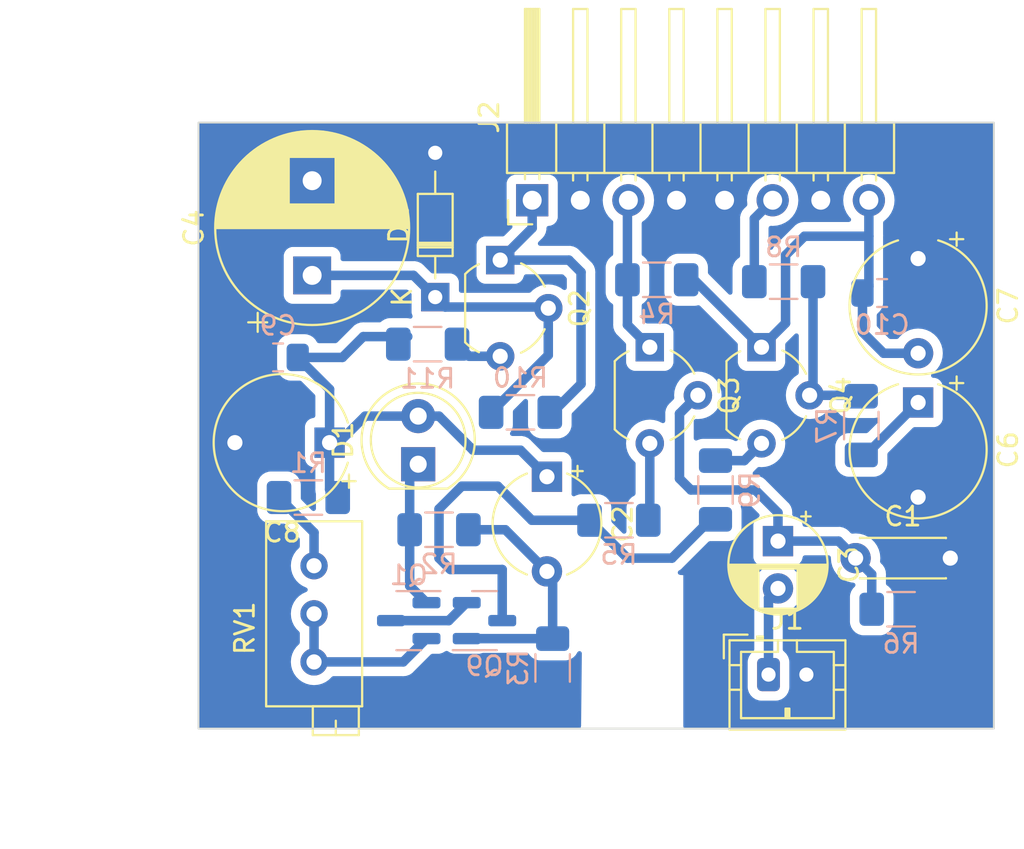
<source format=kicad_pcb>
(kicad_pcb (version 20221018) (generator pcbnew)
  (layers (0 "F.Cu" signal) (31 "B.Cu" signal) (34 "B.Paste" user) (35 "F.Paste" user) (36 "B.SilkS" user "B.Silkscreen") (37 "F.SilkS" user "F.Silkscreen") (38 "B.Mask" user) (39 "F.Mask" user) (44 "Edge.Cuts" user))
  (net 0 "")
  (net 1 "Net-(Q3-B)")
  (net 2 "GND")
  (net 3 "Net-(D1-A)")
  (net 4 "Net-(J1-Pin_1)")
  (net 5 "Net-(J2-Pin_8)")
  (net 6 "Net-(C6-Pad1)")
  (net 7 "Net-(D1-K)")
  (net 8 "Net-(J2-Pin_3)")
  (net 9 "Net-(J2-Pin_6)")
  (net 10 "Net-(Q1-C)")
  (net 11 "Net-(Q1-E)")
  (net 12 "Net-(Q4-B)")
  (net 13 "Net-(Q9-B)")
  (net 14 "Net-(Q2-E)")
  (net 15 "Net-(Q3-E)")
  (net 16 "Net-(D2-K)")
  (net 17 "Net-(J2-Pin_1)")
  (net 18 "Net-(Q4-E)")
  (net 19 "Net-(Q9-C)")
  (net 20 "Net-(R1-Pad2)")
  (footprint "Potentiometer_THT:Potentiometer_Bourns_3296X_Horizontal" (layer "F.Cu") (at 117.1 92.4 90)
    (fp_text reference "RV1" (at -3.3 -3.66 90) (layer "F.SilkS"))
    (fp_text value "1k")
    (pad "1" thru_hole circle (at 0 0 90) (size 1.44 1.44) (drill 0.8) (layers "*.Cu" "*.Mask") (net 20 "Net-(R1-Pad2)"))
    (pad "2" thru_hole circle (at -2.54 0 90) (size 1.44 1.44) (drill 0.8) (layers "*.Cu" "*.Mask") (net 11 "Net-(Q1-E)"))
    (pad "3" thru_hole circle (at -5.08 0 90) (size 1.44 1.44) (drill 0.8) (layers "*.Cu" "*.Mask") (net 11 "Net-(Q1-E)"))
  )
  (footprint "Connector_PinHeader_2.54mm:PinHeader_1x08_P2.54mm_Horizontal" (layer "F.Cu") (at 128.62 73.1 90)
    (fp_text reference "J2" (at 4.385 -2.27 90) (layer "F.SilkS"))
    (fp_text value "Conn_01x08")
    (pad "1" thru_hole rect (at 0 0 90) (size 1.7 1.7) (drill 1) (layers "*.Cu" "*.Mask") (net 17 "Net-(J2-Pin_1)"))
    (pad "2" thru_hole oval (at 0 2.54 90) (size 1.7 1.7) (drill 1) (layers "*.Cu" "*.Mask") (net 2 "GND"))
    (pad "3" thru_hole oval (at 0 5.08 90) (size 1.7 1.7) (drill 1) (layers "*.Cu" "*.Mask") (net 8 "Net-(J2-Pin_3)"))
    (pad "4" thru_hole oval (at 0 7.62 90) (size 1.7 1.7) (drill 1) (layers "*.Cu" "*.Mask") (net 2 "GND"))
    (pad "5" thru_hole oval (at 0 10.16 90) (size 1.7 1.7) (drill 1) (layers "*.Cu" "*.Mask") (net 2 "GND"))
    (pad "6" thru_hole oval (at 0 12.7 90) (size 1.7 1.7) (drill 1) (layers "*.Cu" "*.Mask") (net 9 "Net-(J2-Pin_6)"))
    (pad "7" thru_hole oval (at 0 15.24 90) (size 1.7 1.7) (drill 1) (layers "*.Cu" "*.Mask") (net 2 "GND"))
    (pad "8" thru_hole oval (at 0 17.78 90) (size 1.7 1.7) (drill 1) (layers "*.Cu" "*.Mask") (net 5 "Net-(J2-Pin_8)"))
  )
  (footprint "Package_TO_SOT_THT:TO-92_Wide" (layer "F.Cu") (at 126.93 76.26 -90)
    (fp_text reference "Q2" (at 2.55 -4.19 90) (layer "F.SilkS"))
    (fp_text value "BC237")
    (pad "1" thru_hole rect (at 0 0 270) (size 1.5 1.5) (drill 0.8) (layers "*.Cu" "*.Mask") (net 17 "Net-(J2-Pin_1)"))
    (pad "2" thru_hole circle (at 2.54 -2.54 270) (size 1.5 1.5) (drill 0.8) (layers "*.Cu" "*.Mask") (net 16 "Net-(D2-K)"))
    (pad "3" thru_hole circle (at 5.08 0 270) (size 1.5 1.5) (drill 0.8) (layers "*.Cu" "*.Mask") (net 14 "Net-(Q2-E)"))
  )
  (footprint "LED_THT:LED_D5.0mm" (layer "F.Cu") (at 122.6 87.04 90)
    (fp_text reference "D1" (at 1.27 -3.96 90) (layer "F.SilkS"))
    (fp_text value "LED_Small")
    (pad "1" thru_hole rect (at 0 0 90) (size 1.8 1.8) (drill 0.9) (layers "*.Cu" "*.Mask") (net 7 "Net-(D1-K)"))
    (pad "2" thru_hole circle (at 2.54 0 90) (size 1.8 1.8) (drill 0.9) (layers "*.Cu" "*.Mask") (net 3 "Net-(D1-A)"))
  )
  (footprint "Capacitor_THT:CP_Radial_D5.0mm_P2.50mm" (layer "F.Cu") (at 141.6 91.1 -90)
    (fp_text reference "C3" (at 1.25 -3.75 90) (layer "F.SilkS"))
    (fp_text value "2u2/16V")
    (pad "1" thru_hole rect (at 0 0 270) (size 1.6 1.6) (drill 0.8) (layers "*.Cu" "*.Mask") (net 1 "Net-(Q3-B)"))
    (pad "2" thru_hole circle (at 2.5 0 270) (size 1.6 1.6) (drill 0.8) (layers "*.Cu" "*.Mask") (net 4 "Net-(J1-Pin_1)"))
  )
  (footprint "Package_TO_SOT_THT:TO-92_Wide" (layer "F.Cu") (at 140.73 80.86 -90)
    (fp_text reference "Q4" (at 2.55 -4.19 90) (layer "F.SilkS"))
    (fp_text value "BC560C")
    (pad "1" thru_hole rect (at 0 0 270) (size 1.5 1.5) (drill 0.8) (layers "*.Cu" "*.Mask") (net 5 "Net-(J2-Pin_8)"))
    (pad "2" thru_hole circle (at 2.54 -2.54 270) (size 1.5 1.5) (drill 0.8) (layers "*.Cu" "*.Mask") (net 12 "Net-(Q4-B)"))
    (pad "3" thru_hole circle (at 5.08 0 270) (size 1.5 1.5) (drill 0.8) (layers "*.Cu" "*.Mask") (net 18 "Net-(Q4-E)"))
  )
  (footprint "Connector_JST:JST_PH_B2B-PH-K_1x02_P2.00mm_Vertical" (layer "F.Cu") (at 141.1 98.15)
    (fp_text reference "J1" (at 1 -2.9) (layer "F.SilkS"))
    (fp_text value "Conn_01x02")
    (pad "1" thru_hole roundrect (at 0 0) (size 1.2 1.75) (drill 0.75) (layers "*.Cu" "*.Mask") (roundrect_rratio 0.208333) (net 4 "Net-(J1-Pin_1)"))
    (pad "2" thru_hole oval (at 2 0) (size 1.2 1.75) (drill 0.75) (layers "*.Cu" "*.Mask") (net 2 "GND"))
  )
  (footprint "Capacitor_THT:CP_Radial_Tantal_D7.0mm_P5.00mm" (layer "F.Cu") (at 117.920139 85.9 180)
    (fp_text reference "C8" (at 2.5 -4.75) (layer "F.SilkS"))
    (fp_text value "47u/35V")
    (pad "1" thru_hole rect (at 0 0 180) (size 1.6 1.6) (drill 0.8) (layers "*.Cu" "*.Mask") (net 3 "Net-(D1-A)"))
    (pad "2" thru_hole circle (at 5 0 180) (size 1.6 1.6) (drill 0.8) (layers "*.Cu" "*.Mask") (net 2 "GND"))
  )
  (footprint "Capacitor_THT:CP_Radial_D10.0mm_P5.00mm" (layer "F.Cu") (at 117 77.067677 90)
    (fp_text reference "C4" (at 2.5 -6.25 90) (layer "F.SilkS"))
    (fp_text value "220u/35V")
    (pad "1" thru_hole rect (at 0 0 90) (size 2 2) (drill 1) (layers "*.Cu" "*.Mask") (net 16 "Net-(D2-K)"))
    (pad "2" thru_hole circle (at 5 0 90) (size 2 2) (drill 1) (layers "*.Cu" "*.Mask") (net 2 "GND"))
  )
  (footprint "Package_TO_SOT_THT:TO-92_Wide" (layer "F.Cu") (at 134.83 80.86 -90)
    (fp_text reference "Q3" (at 2.55 -4.19 90) (layer "F.SilkS"))
    (fp_text value "BC560C")
    (pad "1" thru_hole rect (at 0 0 270) (size 1.5 1.5) (drill 0.8) (layers "*.Cu" "*.Mask") (net 8 "Net-(J2-Pin_3)"))
    (pad "2" thru_hole circle (at 2.54 -2.54 270) (size 1.5 1.5) (drill 0.8) (layers "*.Cu" "*.Mask") (net 1 "Net-(Q3-B)"))
    (pad "3" thru_hole circle (at 5.08 0 270) (size 1.5 1.5) (drill 0.8) (layers "*.Cu" "*.Mask") (net 15 "Net-(Q3-E)"))
  )
  (footprint "Diode_THT:D_DO-34_SOD68_P7.62mm_Horizontal" (layer "F.Cu") (at 123.5 78.215 90)
    (fp_text reference "D2" (at 3.81 -1.92 90) (layer "F.SilkS"))
    (fp_text value "27V")
    (fp_text user "K" (at 0 -1.75 90) (layer "F.SilkS"))
    (pad "1" thru_hole rect (at 0 0 90) (size 1.5 1.5) (drill 0.75) (layers "*.Cu" "*.Mask") (net 16 "Net-(D2-K)"))
    (pad "2" thru_hole oval (at 7.62 0 90) (size 1.5 1.5) (drill 0.75) (layers "*.Cu" "*.Mask") (net 2 "GND"))
  )
  (footprint "Capacitor_THT:CP_Radial_Tantal_D7.0mm_P5.00mm" (layer "F.Cu") (at 149 83.779862 -90)
    (fp_text reference "C6" (at 2.5 -4.75 90) (layer "F.SilkS"))
    (fp_text value "47u/25V")
    (pad "1" thru_hole rect (at 0 0 270) (size 1.6 1.6) (drill 0.8) (layers "*.Cu" "*.Mask") (net 6 "Net-(C6-Pad1)"))
    (pad "2" thru_hole circle (at 5 0 270) (size 1.6 1.6) (drill 0.8) (layers "*.Cu" "*.Mask") (net 2 "GND"))
  )
  (footprint "Capacitor_THT:CP_Radial_Tantal_D7.0mm_P5.00mm" (layer "F.Cu") (at 149 76.179862 -90)
    (fp_text reference "C7" (at 2.5 -4.75 90) (layer "F.SilkS"))
    (fp_text value "47u/35V")
    (pad "1" thru_hole rect (at 0 0 270) (size 1.6 1.6) (drill 0.8) (layers "*.Cu" "*.Mask") (net 2 "GND"))
    (pad "2" thru_hole circle (at 5 0 270) (size 1.6 1.6) (drill 0.8) (layers "*.Cu" "*.Mask") (net 5 "Net-(J2-Pin_8)"))
  )
  (footprint "Capacitor_THT:CP_Radial_Tantal_D5.5mm_P5.00mm" (layer "F.Cu") (at 129.4 87.7 -90)
    (fp_text reference "C2" (at 2.5 -4 90) (layer "F.SilkS"))
    (fp_text value "33u/25V")
    (pad "1" thru_hole rect (at 0 0 270) (size 1.6 1.6) (drill 0.8) (layers "*.Cu" "*.Mask") (net 3 "Net-(D1-A)"))
    (pad "2" thru_hole circle (at 5 0 270) (size 1.6 1.6) (drill 0.8) (layers "*.Cu" "*.Mask") (net 13 "Net-(Q9-B)"))
  )
  (footprint "Capacitor_THT:C_Disc_D4.3mm_W1.9mm_P5.00mm" (layer "F.Cu") (at 145.7 92)
    (fp_text reference "C1" (at 2.5 -2.2) (layer "F.SilkS"))
    (fp_text value "330p")
    (pad "1" thru_hole circle (at 0 0) (size 1.6 1.6) (drill 0.8) (layers "*.Cu" "*.Mask") (net 1 "Net-(Q3-B)"))
    (pad "2" thru_hole circle (at 5 0) (size 1.6 1.6) (drill 0.8) (layers "*.Cu" "*.Mask") (net 2 "GND"))
  )
  (footprint "Resistor_SMD:R_1206_3216Metric_Pad1.30x1.75mm_HandSolder" (layer "B.Cu") (at 148.1 94.7)
    (fp_text reference "R6" (at 0 1.82) (layer "B.SilkS") (effects (justify mirror)))
    (fp_text value "68k")
    (pad "1" smd roundrect (at -1.55 0) (size 1.3 1.75) (layers "B.Cu" "B.Paste" "B.Mask") (roundrect_rratio 0.192308) (net 1 "Net-(Q3-B)"))
    (pad "2" smd roundrect (at 1.55 0) (size 1.3 1.75) (layers "B.Cu" "B.Paste" "B.Mask") (roundrect_rratio 0.192308) (net 2 "GND"))
  )
  (footprint "Resistor_SMD:R_1206_3216Metric_Pad1.30x1.75mm_HandSolder" (layer "B.Cu") (at 138.3 88.4 90)
    (fp_text reference "R9" (at 0 1.82 90) (layer "B.SilkS") (effects (justify mirror)))
    (fp_text value "47")
    (pad "1" smd roundrect (at -1.55 0 90) (size 1.3 1.75) (layers "B.Cu" "B.Paste" "B.Mask") (roundrect_rratio 0.192308) (net 19 "Net-(Q9-C)"))
    (pad "2" smd roundrect (at 1.55 0 90) (size 1.3 1.75) (layers "B.Cu" "B.Paste" "B.Mask") (roundrect_rratio 0.192308) (net 18 "Net-(Q4-E)"))
  )
  (footprint "Resistor_SMD:R_1206_3216Metric_Pad1.30x1.75mm_HandSolder" (layer "B.Cu") (at 128 84.3 180)
    (fp_text reference "R10" (at 0 1.82) (layer "B.SilkS") (effects (justify mirror)))
    (fp_text value "390")
    (pad "1" smd roundrect (at -1.55 0 180) (size 1.3 1.75) (layers "B.Cu" "B.Paste" "B.Mask") (roundrect_rratio 0.192308) (net 17 "Net-(J2-Pin_1)"))
    (pad "2" smd roundrect (at 1.55 0 180) (size 1.3 1.75) (layers "B.Cu" "B.Paste" "B.Mask") (roundrect_rratio 0.192308) (net 16 "Net-(D2-K)"))
  )
  (footprint "Capacitor_SMD:C_0805_2012Metric_Pad1.18x1.45mm_HandSolder" (layer "B.Cu") (at 147.1 78)
    (fp_text reference "C10" (at 0 1.68) (layer "B.SilkS") (effects (justify mirror)))
    (fp_text value "100n")
    (pad "1" smd roundrect (at -1.0375 0) (size 1.175 1.45) (layers "B.Cu" "B.Paste" "B.Mask") (roundrect_rratio 0.212766) (net 5 "Net-(J2-Pin_8)"))
    (pad "2" smd roundrect (at 1.0375 0) (size 1.175 1.45) (layers "B.Cu" "B.Paste" "B.Mask") (roundrect_rratio 0.212766) (net 2 "GND"))
  )
  (footprint "Resistor_SMD:R_1206_3216Metric_Pad1.30x1.75mm_HandSolder" (layer "B.Cu") (at 123.1 80.7)
    (fp_text reference "R11" (at 0 1.82) (layer "B.SilkS") (effects (justify mirror)))
    (fp_text value "4.7")
    (pad "1" smd roundrect (at -1.55 0) (size 1.3 1.75) (layers "B.Cu" "B.Paste" "B.Mask") (roundrect_rratio 0.192308) (net 3 "Net-(D1-A)"))
    (pad "2" smd roundrect (at 1.55 0) (size 1.3 1.75) (layers "B.Cu" "B.Paste" "B.Mask") (roundrect_rratio 0.192308) (net 14 "Net-(Q2-E)"))
  )
  (footprint "Capacitor_SMD:C_0805_2012Metric_Pad1.18x1.45mm_HandSolder" (layer "B.Cu") (at 115.2 81.4 180)
    (fp_text reference "C9" (at 0 1.68) (layer "B.SilkS") (effects (justify mirror)))
    (fp_text value "100n")
    (pad "1" smd roundrect (at -1.0375 0 180) (size 1.175 1.45) (layers "B.Cu" "B.Paste" "B.Mask") (roundrect_rratio 0.212766) (net 3 "Net-(D1-A)"))
    (pad "2" smd roundrect (at 1.0375 0 180) (size 1.175 1.45) (layers "B.Cu" "B.Paste" "B.Mask") (roundrect_rratio 0.212766) (net 2 "GND"))
  )
  (footprint "Package_TO_SOT_SMD:SOT-23" (layer "B.Cu") (at 126.1 95.3)
    (fp_text reference "Q9" (at 0 2.4) (layer "B.SilkS") (effects (justify mirror)))
    (fp_text value "BC858")
    (pad "1" smd roundrect (at -0.9375 0.95) (size 1.475 0.6) (layers "B.Cu" "B.Paste" "B.Mask") (net 13 "Net-(Q9-B)"))
    (pad "2" smd roundrect (at -0.9375 -0.95) (size 1.475 0.6) (layers "B.Cu" "B.Paste" "B.Mask") (net 10 "Net-(Q1-C)"))
    (pad "3" smd roundrect (at 0.9375 0) (size 1.475 0.6) (layers "B.Cu" "B.Paste" "B.Mask") (net 19 "Net-(Q9-C)"))
  )
  (footprint "Resistor_SMD:R_1206_3216Metric_Pad1.30x1.75mm_HandSolder" (layer "B.Cu") (at 133.2 90)
    (fp_text reference "R5" (at 0 1.82) (layer "B.SilkS") (effects (justify mirror)))
    (fp_text value "47")
    (pad "1" smd roundrect (at -1.55 0) (size 1.3 1.75) (layers "B.Cu" "B.Paste" "B.Mask") (roundrect_rratio 0.192308) (net 19 "Net-(Q9-C)"))
    (pad "2" smd roundrect (at 1.55 0) (size 1.3 1.75) (layers "B.Cu" "B.Paste" "B.Mask") (roundrect_rratio 0.192308) (net 15 "Net-(Q3-E)"))
  )
  (footprint "Resistor_SMD:R_1206_3216Metric_Pad1.30x1.75mm_HandSolder" (layer "B.Cu") (at 123.7 90.5)
    (fp_text reference "R2" (at 0 1.82) (layer "B.SilkS") (effects (justify mirror)))
    (fp_text value "470")
    (pad "1" smd roundrect (at -1.55 0) (size 1.3 1.75) (layers "B.Cu" "B.Paste" "B.Mask") (roundrect_rratio 0.192308) (net 7 "Net-(D1-K)"))
    (pad "2" smd roundrect (at 1.55 0) (size 1.3 1.75) (layers "B.Cu" "B.Paste" "B.Mask") (roundrect_rratio 0.192308) (net 13 "Net-(Q9-B)"))
  )
  (footprint "Resistor_SMD:R_1206_3216Metric_Pad1.30x1.75mm_HandSolder" (layer "B.Cu") (at 129.7 97.8 -90)
    (fp_text reference "R3" (at 0 1.82 90) (layer "B.SilkS") (effects (justify mirror)))
    (fp_text value "10k")
    (pad "1" smd roundrect (at -1.55 0 270) (size 1.3 1.75) (layers "B.Cu" "B.Paste" "B.Mask") (roundrect_rratio 0.192308) (net 13 "Net-(Q9-B)"))
    (pad "2" smd roundrect (at 1.55 0 270) (size 1.3 1.75) (layers "B.Cu" "B.Paste" "B.Mask") (roundrect_rratio 0.192308) (net 2 "GND"))
  )
  (footprint "Resistor_SMD:R_1206_3216Metric_Pad1.30x1.75mm_HandSolder" (layer "B.Cu") (at 146 85 -90)
    (fp_text reference "R7" (at 0 1.82 90) (layer "B.SilkS") (effects (justify mirror)))
    (fp_text value "1k2")
    (pad "1" smd roundrect (at -1.55 0 270) (size 1.3 1.75) (layers "B.Cu" "B.Paste" "B.Mask") (roundrect_rratio 0.192308) (net 12 "Net-(Q4-B)"))
    (pad "2" smd roundrect (at 1.55 0 270) (size 1.3 1.75) (layers "B.Cu" "B.Paste" "B.Mask") (roundrect_rratio 0.192308) (net 6 "Net-(C6-Pad1)"))
  )
  (footprint "Resistor_SMD:R_1206_3216Metric_Pad1.30x1.75mm_HandSolder" (layer "B.Cu") (at 141.9 77.4 180)
    (fp_text reference "R8" (at 0 1.82) (layer "B.SilkS") (effects (justify mirror)))
    (fp_text value "68k")
    (pad "1" smd roundrect (at -1.55 0 180) (size 1.3 1.75) (layers "B.Cu" "B.Paste" "B.Mask") (roundrect_rratio 0.192308) (net 12 "Net-(Q4-B)"))
    (pad "2" smd roundrect (at 1.55 0 180) (size 1.3 1.75) (layers "B.Cu" "B.Paste" "B.Mask") (roundrect_rratio 0.192308) (net 9 "Net-(J2-Pin_6)"))
  )
  (footprint "Resistor_SMD:R_1206_3216Metric_Pad1.30x1.75mm_HandSolder" (layer "B.Cu") (at 135.2 77.3)
    (fp_text reference "R4" (at 0 1.82) (layer "B.SilkS") (effects (justify mirror)))
    (fp_text value "560")
    (pad "1" smd roundrect (at -1.55 0) (size 1.3 1.75) (layers "B.Cu" "B.Paste" "B.Mask") (roundrect_rratio 0.192308) (net 8 "Net-(J2-Pin_3)"))
    (pad "2" smd roundrect (at 1.55 0) (size 1.3 1.75) (layers "B.Cu" "B.Paste" "B.Mask") (roundrect_rratio 0.192308) (net 5 "Net-(J2-Pin_8)"))
  )
  (footprint "Resistor_SMD:R_1206_3216Metric_Pad1.30x1.75mm_HandSolder" (layer "B.Cu") (at 116.8 88.8 180)
    (fp_text reference "R1" (at 0 1.82) (layer "B.SilkS") (effects (justify mirror)))
    (fp_text value "510")
    (pad "1" smd roundrect (at -1.55 0 180) (size 1.3 1.75) (layers "B.Cu" "B.Paste" "B.Mask") (roundrect_rratio 0.192308) (net 3 "Net-(D1-A)"))
    (pad "2" smd roundrect (at 1.55 0 180) (size 1.3 1.75) (layers "B.Cu" "B.Paste" "B.Mask") (roundrect_rratio 0.192308) (net 20 "Net-(R1-Pad2)"))
  )
  (footprint "Package_TO_SOT_SMD:SOT-23" (layer "B.Cu") (at 122.1 95.3 180)
    (fp_text reference "Q1" (at 0 2.4) (layer "B.SilkS") (effects (justify mirror)))
    (fp_text value "BC858")
    (pad "1" smd roundrect (at -0.9375 0.95 180) (size 1.475 0.6) (layers "B.Cu" "B.Paste" "B.Mask") (net 7 "Net-(D1-K)"))
    (pad "2" smd roundrect (at -0.9375 -0.95 180) (size 1.475 0.6) (layers "B.Cu" "B.Paste" "B.Mask") (net 11 "Net-(Q1-E)"))
    (pad "3" smd roundrect (at 0.9375 0 180) (size 1.475 0.6) (layers "B.Cu" "B.Paste" "B.Mask") (net 10 "Net-(Q1-C)"))
  )
  (gr_rect (start 111 69) (end 153 101) (stroke (width 0.1)) (fill none) (layer "Edge.Cuts"))
  (segment (start 136.4 87.8) (end 137 88.4) (width 0.5) (layer "B.Cu") (net 1))
  (segment (start 136.4 84.37) (end 136.4 87.8) (width 0.5) (layer "B.Cu") (net 1))
  (segment (start 146.55 92.85) (end 145.7 92) (width 0.5) (layer "B.Cu") (net 1))
  (segment (start 137.37 83.4) (end 136.4 84.37) (width 0.5) (layer "B.Cu") (net 1))
  (segment (start 141.6 89.6) (end 141.6 91.1) (width 0.5) (layer "B.Cu") (net 1))
  (segment (start 137 88.4) (end 140.4 88.4) (width 0.5) (layer "B.Cu") (net 1))
  (segment (start 146.55 94.7) (end 146.55 92.85) (width 0.5) (layer "B.Cu") (net 1))
  (segment (start 141.6 91.1) (end 144.8 91.1) (width 0.5) (layer "B.Cu") (net 1))
  (segment (start 140.4 88.4) (end 141.6 89.6) (width 0.5) (layer "B.Cu") (net 1))
  (segment (start 144.8 91.1) (end 145.7 92) (width 0.5) (layer "B.Cu") (net 1))
  (segment (start 118.6 81.4) (end 119.7 80.3) (width 0.5) (layer "B.Cu") (net 3))
  (segment (start 119.8 84.5) (end 123.7 84.5) (width 0.5) (layer "B.Cu") (net 3))
  (segment (start 125.5 86.3) (end 128 86.3) (width 0.5) (layer "B.Cu") (net 3))
  (segment (start 117.920139 85.9) (end 117.920139 88.370139) (width 0.5) (layer "B.Cu") (net 3))
  (segment (start 117.920139 86.379861) (end 117.920139 83.082639) (width 0.5) (layer "B.Cu") (net 3))
  (segment (start 116.2375 81.4) (end 118.6 81.4) (width 0.5) (layer "B.Cu") (net 3))
  (segment (start 117.920139 83.082639) (end 116.2375 81.4) (width 0.5) (layer "B.Cu") (net 3))
  (segment (start 118.35 85.95) (end 119.8 84.5) (width 0.5) (layer "B.Cu") (net 3))
  (segment (start 117.920139 88.370139) (end 118.35 88.8) (width 0.5) (layer "B.Cu") (net 3))
  (segment (start 117.920139 85.9) (end 118.220139 86.2) (width 0.5) (layer "B.Cu") (net 3))
  (segment (start 128 86.3) (end 129.4 87.7) (width 0.5) (layer "B.Cu") (net 3))
  (segment (start 123.7 84.5) (end 125.5 86.3) (width 0.5) (layer "B.Cu") (net 3))
  (segment (start 119.7 80.3) (end 122.05 80.3) (width 0.5) (layer "B.Cu") (net 3))
  (segment (start 141.1 98.15) (end 141.1 94.1) (width 0.5) (layer "B.Cu") (net 4))
  (segment (start 141.1 94.1) (end 141.6 93.6) (width 0.5) (layer "B.Cu") (net 4))
  (segment (start 142 76) (end 142 79.59) (width 0.5) (layer "B.Cu") (net 5))
  (segment (start 143 75) (end 142 76) (width 0.5) (layer "B.Cu") (net 5))
  (segment (start 146.0625 78) (end 146.0625 80.0625) (width 0.5) (layer "B.Cu") (net 5))
  (segment (start 146.4 73.1) (end 146.4 75) (width 0.5) (layer "B.Cu") (net 5))
  (segment (start 146.0625 80.0625) (end 147.179862 81.179862) (width 0.5) (layer "B.Cu") (net 5))
  (segment (start 146.4 77.6625) (end 146.0625 78) (width 0.5) (layer "B.Cu") (net 5))
  (segment (start 142 79.59) (end 140.73 80.86) (width 0.5) (layer "B.Cu") (net 5))
  (segment (start 137.17 77.3) (end 140.73 80.86) (width 0.5) (layer "B.Cu") (net 5))
  (segment (start 136.75 77.3) (end 137.17 77.3) (width 0.5) (layer "B.Cu") (net 5))
  (segment (start 146.4 75) (end 143 75) (width 0.5) (layer "B.Cu") (net 5))
  (segment (start 147.179862 81.179862) (end 149 81.179862) (width 0.5) (layer "B.Cu") (net 5))
  (segment (start 146.4 75) (end 146.4 77.6625) (width 0.5) (layer "B.Cu") (net 5))
  (segment (start 146.229862 86.55) (end 149 83.779862) (width 0.5) (layer "B.Cu") (net 6))
  (segment (start 146 86.55) (end 146.229862 86.55) (width 0.5) (layer "B.Cu") (net 6))
  (segment (start 122.15 87.49) (end 122.6 87.04) (width 0.5) (layer "B.Cu") (net 7))
  (segment (start 122.15 90.5) (end 122.15 93.4625) (width 0.5) (layer "B.Cu") (net 7))
  (segment (start 122.15 90.5) (end 122.15 87.49) (width 0.5) (layer "B.Cu") (net 7))
  (segment (start 122.15 93.4625) (end 123.0375 94.35) (width 0.5) (layer "B.Cu") (net 7))
  (segment (start 133.65 77.3) (end 133.65 73.15) (width 0.5) (layer "B.Cu") (net 8))
  (segment (start 133.65 79.68) (end 134.83 80.86) (width 0.5) (layer "B.Cu") (net 8))
  (segment (start 133.65 77.3) (end 133.65 79.68) (width 0.5) (layer "B.Cu") (net 8))
  (segment (start 133.65 73.15) (end 133.7 73.1) (width 0.5) (layer "B.Cu") (net 8))
  (segment (start 140.35 77.4) (end 140.35 74.07) (width 0.5) (layer "B.Cu") (net 9))
  (segment (start 140.35 74.07) (end 141.32 73.1) (width 0.5) (layer "B.Cu") (net 9))
  (segment (start 124.2125 95.3) (end 125.1625 94.35) (width 0.5) (layer "B.Cu") (net 10))
  (segment (start 121.1625 95.3) (end 124.2125 95.3) (width 0.5) (layer "B.Cu") (net 10))
  (segment (start 121.8075 97.48) (end 123.0375 96.25) (width 0.5) (layer "B.Cu") (net 11))
  (segment (start 117.1 97.48) (end 117.1 94.94) (width 0.5) (layer "B.Cu") (net 11))
  (segment (start 117.1 97.48) (end 121.8075 97.48) (width 0.5) (layer "B.Cu") (net 11))
  (segment (start 145.95 83.4) (end 146 83.45) (width 0.5) (layer "B.Cu") (net 12))
  (segment (start 143.45 83.22) (end 143.27 83.4) (width 0.5) (layer "B.Cu") (net 12))
  (segment (start 143.45 77.4) (end 143.45 83.22) (width 0.5) (layer "B.Cu") (net 12))
  (segment (start 143.27 83.4) (end 145.95 83.4) (width 0.5) (layer "B.Cu") (net 12))
  (segment (start 129.7 96.25) (end 129.7 93) (width 0.5) (layer "B.Cu") (net 13))
  (segment (start 127.2 90.5) (end 129.4 92.7) (width 0.5) (layer "B.Cu") (net 13))
  (segment (start 125.25 90.5) (end 127.2 90.5) (width 0.5) (layer "B.Cu") (net 13))
  (segment (start 129.7 93) (end 129.4 92.7) (width 0.5) (layer "B.Cu") (net 13))
  (segment (start 125.1625 96.25) (end 129.7 96.25) (width 0.5) (layer "B.Cu") (net 13))
  (segment (start 124.65 80.7) (end 125.29 81.34) (width 0.5) (layer "B.Cu") (net 14))
  (segment (start 125.29 81.34) (end 126.93 81.34) (width 0.5) (layer "B.Cu") (net 14))
  (segment (start 134.75 90) (end 134.83 89.92) (width 0.5) (layer "B.Cu") (net 15))
  (segment (start 134.83 89.92) (end 134.83 85.94) (width 0.5) (layer "B.Cu") (net 15))
  (segment (start 117 77.067677) (end 122.352677 77.067677) (width 0.5) (layer "B.Cu") (net 16))
  (segment (start 122.352677 77.067677) (end 124.025 78.74) (width 0.5) (layer "B.Cu") (net 16))
  (segment (start 124.025 78.74) (end 129.41 78.74) (width 0.5) (layer "B.Cu") (net 16))
  (segment (start 129.41 78.74) (end 129.47 78.8) (width 0.5) (layer "B.Cu") (net 16))
  (segment (start 129.47 81.28) (end 126.45 84.3) (width 0.5) (layer "B.Cu") (net 16))
  (segment (start 129.47 78.8) (end 129.47 81.28) (width 0.5) (layer "B.Cu") (net 16))
  (segment (start 131.2 76.9) (end 130.56 76.26) (width 0.5) (layer "B.Cu") (net 17))
  (segment (start 129.7 84.3) (end 131.2 82.8) (width 0.5) (layer "B.Cu") (net 17))
  (segment (start 131.2 82.8) (end 131.2 76.9) (width 0.5) (layer "B.Cu") (net 17))
  (segment (start 128.62 73.1) (end 128.62 74.57) (width 0.5) (layer "B.Cu") (net 17))
  (segment (start 130.56 76.26) (end 126.93 76.26) (width 0.5) (layer "B.Cu") (net 17))
  (segment (start 129.55 84.3) (end 129.7 84.3) (width 0.5) (layer "B.Cu") (net 17))
  (segment (start 128.62 74.57) (end 126.93 76.26) (width 0.5) (layer "B.Cu") (net 17))
  (segment (start 138.3 86.85) (end 139.82 86.85) (width 0.5) (layer "B.Cu") (net 18))
  (segment (start 139.82 86.85) (end 140.73 85.94) (width 0.5) (layer "B.Cu") (net 18))
  (segment (start 123.7 92) (end 123.7 89.4) (width 0.5) (layer "B.Cu") (net 19))
  (segment (start 124.9 88.2) (end 126.8 88.2) (width 0.5) (layer "B.Cu") (net 19))
  (segment (start 126.8 88.2) (end 128.6 90) (width 0.5) (layer "B.Cu") (net 19))
  (segment (start 127.0375 92.6) (end 124.3 92.6) (width 0.5) (layer "B.Cu") (net 19))
  (segment (start 127.0375 95.3) (end 127.0375 92.6) (width 0.5) (layer "B.Cu") (net 19))
  (segment (start 128.6 90) (end 131.65 90) (width 0.5) (layer "B.Cu") (net 19))
  (segment (start 123.7 89.4) (end 124.9 88.2) (width 0.5) (layer "B.Cu") (net 19))
  (segment (start 124.3 92.6) (end 123.7 92) (width 0.5) (layer "B.Cu") (net 19))
  (segment (start 131.55 89.9) (end 133.65 92) (width 0.5) (layer "B.Cu") (net 19))
  (segment (start 133.65 92) (end 136 92) (width 0.5) (layer "B.Cu") (net 19))
  (segment (start 136 92) (end 138.05 89.95) (width 0.5) (layer "B.Cu") (net 19))
  (segment (start 138.05 89.95) (end 138.3 89.95) (width 0.5) (layer "B.Cu") (net 19))
  (segment (start 117.1 90.65) (end 115.25 88.8) (width 0.5) (layer "B.Cu") (net 20))
  (segment (start 117.1 92.4) (end 117.1 90.65) (width 0.5) (layer "B.Cu") (net 20))
  (zone (net 0) (net_name "") (layer "B.Cu") (connect_pads yes (clearance 0)) (min_thickness 0.25)
    (keepout (tracks not_allowed) (vias not_allowed) (pads not_allowed) (copperpour not_allowed) (footprints allowed))
    (fill (thermal_gap 0.5) (thermal_bridge_width 0.5) (smoothing chamfer))
    (polygon (pts (xy 131.3 91.4) (xy 133.8 92.7) (xy 136.6 92.9) (xy 136.6 101.1) (xy 131.2 101.1)))
  )
  (zone (net 2) (net_name "GND") (layer "B.Cu") (connect_pads yes (clearance 0.5)) (min_thickness 0.25) (fill yes (thermal_gap 0.5) (thermal_bridge_width 0.5) (smoothing chamfer))
    (polygon (pts (xy 110.1 68.1) (xy 154.6 68.1) (xy 154.6 102.1) (xy 110 102.1)))
  )
)
</source>
